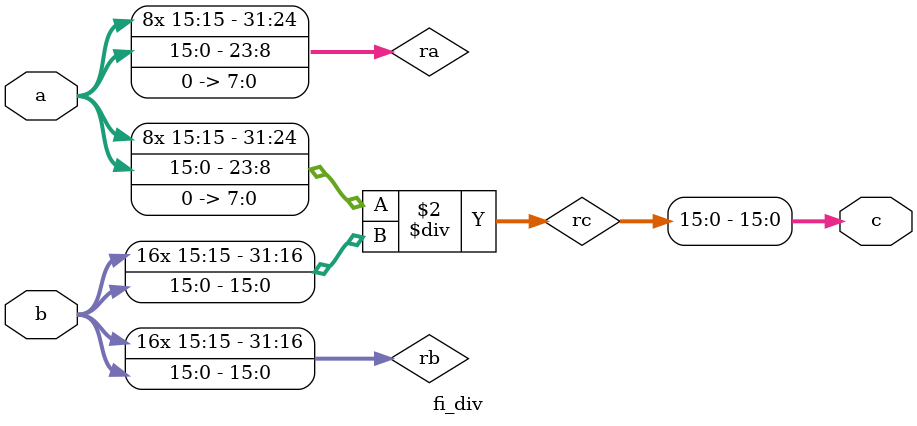
<source format=v>
/*
* Fix point calculation modules
* @Author: Macrobull
* @Project: DE2-70 Audio Effector and Visualization
* @Date: July 2014
* @Github: https://github.com/MacroBull/10189020-FPGA_application_work
*/


`define	fix	signed	[ws - 1:0]
`define	int	signed	[ws - dp - 1:0]

// -1 == ~0

module fi_int2fix(
	b,
	a);
	
	output	`fix	b;
	input	`int	a;
	
	parameter	ws = 16, dp = 8;
	
	assign	b = a << dp;
endmodule

module fi_fix2int(
	b,
	a);
	
	output	`int	b;
	input	`fix	a;
	
	parameter	ws = 16, dp = 8;
	
// 	assign	b = a >> dp;
	assign	b = a[ws - 1:dp] + a[dp - 1];
endmodule

module fi_dpInc(
	b,
	a);
	
	output	`fix	b;
	input	`fix	a;
	
	parameter	ws = 16, ddp = 0;
	
	assign	b = a << ddp;
endmodule

module fi_dpDec(
	b,
	a);
	
	output	`fix	b;
	input	`fix	a;
	
	parameter	ws = 16, ddp = 0;
	
 	assign	b = (a >>> ddp);// + a[ddp - 1]; //{a[ws - 1]?~32'h0:32'h0, a[ws - 1:ddp]};
endmodule

module fi_add(
	c,
	a, b);
	
	output	`fix	c;
	input	`fix	a, b;
	
 	parameter	ws = 16, dp = 8;
	
	assign	c = a + b;
endmodule

module fi_sub(
	c,
	a, b);
	
	output	`fix	c;
	input	`fix	a, b;
	
 	parameter	ws = 16, dp = 8;
	
	assign	c = a - b;
endmodule

module fi_mul(
	c,
	a, b);
	
	output	`fix	c;
	input	`fix	a, b;
	
	parameter	ws = 16, dp = 8;
	
	wire	signed	[ws * 2 - 1:0]	rc, ra, rb;
	
// 	int_extend	#(ws*2, ws)	op0(ra, a);
// 	int_extend	#(ws*2, ws)	op1(rb, b);
	assign	ra = a;
	assign	rb = b;
	
	assign	rc = ra * rb;
	
	assign	c = rc[ws + dp - 1: dp] + rc[dp - 1];
	
endmodule

module fi_div(
	c,
	a, b);
	
	output	`fix	c;
	input	`fix	a, b;
	
	parameter	ws = 16, dp = 8;
	
	wire	signed	[ws * 2 - 1:0]	rc, ra, rb;
	
// 	int_extend	#(ws*2, ws)	op0(rb, b);
	
	assign	ra = a << dp;
	assign	rb = b;
	assign	rc = ra / rb;
	
	assign	c = rc[ws - 1: 0];
	
endmodule
</source>
